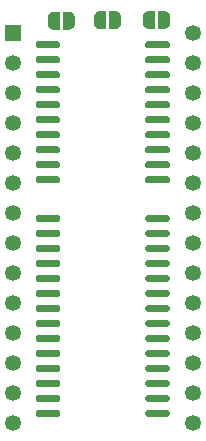
<source format=gbr>
%TF.GenerationSoftware,KiCad,Pcbnew,(5.1.12)-1*%
%TF.CreationDate,2023-02-10T19:32:18+01:00*%
%TF.ProjectId,bigrom,62696772-6f6d-42e6-9b69-6361645f7063,rev?*%
%TF.SameCoordinates,Original*%
%TF.FileFunction,Soldermask,Top*%
%TF.FilePolarity,Negative*%
%FSLAX46Y46*%
G04 Gerber Fmt 4.6, Leading zero omitted, Abs format (unit mm)*
G04 Created by KiCad (PCBNEW (5.1.12)-1) date 2023-02-10 19:32:18*
%MOMM*%
%LPD*%
G01*
G04 APERTURE LIST*
%ADD10C,0.100000*%
%ADD11R,1.350000X1.350000*%
%ADD12C,1.350000*%
G04 APERTURE END LIST*
%TO.C,U2*%
G36*
G01*
X146925000Y-113395000D02*
X146925000Y-113095000D01*
G75*
G02*
X147075000Y-112945000I150000J0D01*
G01*
X148825000Y-112945000D01*
G75*
G02*
X148975000Y-113095000I0J-150000D01*
G01*
X148975000Y-113395000D01*
G75*
G02*
X148825000Y-113545000I-150000J0D01*
G01*
X147075000Y-113545000D01*
G75*
G02*
X146925000Y-113395000I0J150000D01*
G01*
G37*
G36*
G01*
X146925000Y-114665000D02*
X146925000Y-114365000D01*
G75*
G02*
X147075000Y-114215000I150000J0D01*
G01*
X148825000Y-114215000D01*
G75*
G02*
X148975000Y-114365000I0J-150000D01*
G01*
X148975000Y-114665000D01*
G75*
G02*
X148825000Y-114815000I-150000J0D01*
G01*
X147075000Y-114815000D01*
G75*
G02*
X146925000Y-114665000I0J150000D01*
G01*
G37*
G36*
G01*
X146925000Y-115935000D02*
X146925000Y-115635000D01*
G75*
G02*
X147075000Y-115485000I150000J0D01*
G01*
X148825000Y-115485000D01*
G75*
G02*
X148975000Y-115635000I0J-150000D01*
G01*
X148975000Y-115935000D01*
G75*
G02*
X148825000Y-116085000I-150000J0D01*
G01*
X147075000Y-116085000D01*
G75*
G02*
X146925000Y-115935000I0J150000D01*
G01*
G37*
G36*
G01*
X146925000Y-117205000D02*
X146925000Y-116905000D01*
G75*
G02*
X147075000Y-116755000I150000J0D01*
G01*
X148825000Y-116755000D01*
G75*
G02*
X148975000Y-116905000I0J-150000D01*
G01*
X148975000Y-117205000D01*
G75*
G02*
X148825000Y-117355000I-150000J0D01*
G01*
X147075000Y-117355000D01*
G75*
G02*
X146925000Y-117205000I0J150000D01*
G01*
G37*
G36*
G01*
X146925000Y-118475000D02*
X146925000Y-118175000D01*
G75*
G02*
X147075000Y-118025000I150000J0D01*
G01*
X148825000Y-118025000D01*
G75*
G02*
X148975000Y-118175000I0J-150000D01*
G01*
X148975000Y-118475000D01*
G75*
G02*
X148825000Y-118625000I-150000J0D01*
G01*
X147075000Y-118625000D01*
G75*
G02*
X146925000Y-118475000I0J150000D01*
G01*
G37*
G36*
G01*
X146925000Y-119745000D02*
X146925000Y-119445000D01*
G75*
G02*
X147075000Y-119295000I150000J0D01*
G01*
X148825000Y-119295000D01*
G75*
G02*
X148975000Y-119445000I0J-150000D01*
G01*
X148975000Y-119745000D01*
G75*
G02*
X148825000Y-119895000I-150000J0D01*
G01*
X147075000Y-119895000D01*
G75*
G02*
X146925000Y-119745000I0J150000D01*
G01*
G37*
G36*
G01*
X146925000Y-121015000D02*
X146925000Y-120715000D01*
G75*
G02*
X147075000Y-120565000I150000J0D01*
G01*
X148825000Y-120565000D01*
G75*
G02*
X148975000Y-120715000I0J-150000D01*
G01*
X148975000Y-121015000D01*
G75*
G02*
X148825000Y-121165000I-150000J0D01*
G01*
X147075000Y-121165000D01*
G75*
G02*
X146925000Y-121015000I0J150000D01*
G01*
G37*
G36*
G01*
X146925000Y-122285000D02*
X146925000Y-121985000D01*
G75*
G02*
X147075000Y-121835000I150000J0D01*
G01*
X148825000Y-121835000D01*
G75*
G02*
X148975000Y-121985000I0J-150000D01*
G01*
X148975000Y-122285000D01*
G75*
G02*
X148825000Y-122435000I-150000J0D01*
G01*
X147075000Y-122435000D01*
G75*
G02*
X146925000Y-122285000I0J150000D01*
G01*
G37*
G36*
G01*
X146925000Y-123555000D02*
X146925000Y-123255000D01*
G75*
G02*
X147075000Y-123105000I150000J0D01*
G01*
X148825000Y-123105000D01*
G75*
G02*
X148975000Y-123255000I0J-150000D01*
G01*
X148975000Y-123555000D01*
G75*
G02*
X148825000Y-123705000I-150000J0D01*
G01*
X147075000Y-123705000D01*
G75*
G02*
X146925000Y-123555000I0J150000D01*
G01*
G37*
G36*
G01*
X146925000Y-124825000D02*
X146925000Y-124525000D01*
G75*
G02*
X147075000Y-124375000I150000J0D01*
G01*
X148825000Y-124375000D01*
G75*
G02*
X148975000Y-124525000I0J-150000D01*
G01*
X148975000Y-124825000D01*
G75*
G02*
X148825000Y-124975000I-150000J0D01*
G01*
X147075000Y-124975000D01*
G75*
G02*
X146925000Y-124825000I0J150000D01*
G01*
G37*
G36*
G01*
X146925000Y-126095000D02*
X146925000Y-125795000D01*
G75*
G02*
X147075000Y-125645000I150000J0D01*
G01*
X148825000Y-125645000D01*
G75*
G02*
X148975000Y-125795000I0J-150000D01*
G01*
X148975000Y-126095000D01*
G75*
G02*
X148825000Y-126245000I-150000J0D01*
G01*
X147075000Y-126245000D01*
G75*
G02*
X146925000Y-126095000I0J150000D01*
G01*
G37*
G36*
G01*
X146925000Y-127365000D02*
X146925000Y-127065000D01*
G75*
G02*
X147075000Y-126915000I150000J0D01*
G01*
X148825000Y-126915000D01*
G75*
G02*
X148975000Y-127065000I0J-150000D01*
G01*
X148975000Y-127365000D01*
G75*
G02*
X148825000Y-127515000I-150000J0D01*
G01*
X147075000Y-127515000D01*
G75*
G02*
X146925000Y-127365000I0J150000D01*
G01*
G37*
G36*
G01*
X146925000Y-128635000D02*
X146925000Y-128335000D01*
G75*
G02*
X147075000Y-128185000I150000J0D01*
G01*
X148825000Y-128185000D01*
G75*
G02*
X148975000Y-128335000I0J-150000D01*
G01*
X148975000Y-128635000D01*
G75*
G02*
X148825000Y-128785000I-150000J0D01*
G01*
X147075000Y-128785000D01*
G75*
G02*
X146925000Y-128635000I0J150000D01*
G01*
G37*
G36*
G01*
X146925000Y-129905000D02*
X146925000Y-129605000D01*
G75*
G02*
X147075000Y-129455000I150000J0D01*
G01*
X148825000Y-129455000D01*
G75*
G02*
X148975000Y-129605000I0J-150000D01*
G01*
X148975000Y-129905000D01*
G75*
G02*
X148825000Y-130055000I-150000J0D01*
G01*
X147075000Y-130055000D01*
G75*
G02*
X146925000Y-129905000I0J150000D01*
G01*
G37*
G36*
G01*
X156225000Y-129905000D02*
X156225000Y-129605000D01*
G75*
G02*
X156375000Y-129455000I150000J0D01*
G01*
X158125000Y-129455000D01*
G75*
G02*
X158275000Y-129605000I0J-150000D01*
G01*
X158275000Y-129905000D01*
G75*
G02*
X158125000Y-130055000I-150000J0D01*
G01*
X156375000Y-130055000D01*
G75*
G02*
X156225000Y-129905000I0J150000D01*
G01*
G37*
G36*
G01*
X156225000Y-128635000D02*
X156225000Y-128335000D01*
G75*
G02*
X156375000Y-128185000I150000J0D01*
G01*
X158125000Y-128185000D01*
G75*
G02*
X158275000Y-128335000I0J-150000D01*
G01*
X158275000Y-128635000D01*
G75*
G02*
X158125000Y-128785000I-150000J0D01*
G01*
X156375000Y-128785000D01*
G75*
G02*
X156225000Y-128635000I0J150000D01*
G01*
G37*
G36*
G01*
X156225000Y-127365000D02*
X156225000Y-127065000D01*
G75*
G02*
X156375000Y-126915000I150000J0D01*
G01*
X158125000Y-126915000D01*
G75*
G02*
X158275000Y-127065000I0J-150000D01*
G01*
X158275000Y-127365000D01*
G75*
G02*
X158125000Y-127515000I-150000J0D01*
G01*
X156375000Y-127515000D01*
G75*
G02*
X156225000Y-127365000I0J150000D01*
G01*
G37*
G36*
G01*
X156225000Y-126095000D02*
X156225000Y-125795000D01*
G75*
G02*
X156375000Y-125645000I150000J0D01*
G01*
X158125000Y-125645000D01*
G75*
G02*
X158275000Y-125795000I0J-150000D01*
G01*
X158275000Y-126095000D01*
G75*
G02*
X158125000Y-126245000I-150000J0D01*
G01*
X156375000Y-126245000D01*
G75*
G02*
X156225000Y-126095000I0J150000D01*
G01*
G37*
G36*
G01*
X156225000Y-124825000D02*
X156225000Y-124525000D01*
G75*
G02*
X156375000Y-124375000I150000J0D01*
G01*
X158125000Y-124375000D01*
G75*
G02*
X158275000Y-124525000I0J-150000D01*
G01*
X158275000Y-124825000D01*
G75*
G02*
X158125000Y-124975000I-150000J0D01*
G01*
X156375000Y-124975000D01*
G75*
G02*
X156225000Y-124825000I0J150000D01*
G01*
G37*
G36*
G01*
X156225000Y-123555000D02*
X156225000Y-123255000D01*
G75*
G02*
X156375000Y-123105000I150000J0D01*
G01*
X158125000Y-123105000D01*
G75*
G02*
X158275000Y-123255000I0J-150000D01*
G01*
X158275000Y-123555000D01*
G75*
G02*
X158125000Y-123705000I-150000J0D01*
G01*
X156375000Y-123705000D01*
G75*
G02*
X156225000Y-123555000I0J150000D01*
G01*
G37*
G36*
G01*
X156225000Y-122285000D02*
X156225000Y-121985000D01*
G75*
G02*
X156375000Y-121835000I150000J0D01*
G01*
X158125000Y-121835000D01*
G75*
G02*
X158275000Y-121985000I0J-150000D01*
G01*
X158275000Y-122285000D01*
G75*
G02*
X158125000Y-122435000I-150000J0D01*
G01*
X156375000Y-122435000D01*
G75*
G02*
X156225000Y-122285000I0J150000D01*
G01*
G37*
G36*
G01*
X156225000Y-121015000D02*
X156225000Y-120715000D01*
G75*
G02*
X156375000Y-120565000I150000J0D01*
G01*
X158125000Y-120565000D01*
G75*
G02*
X158275000Y-120715000I0J-150000D01*
G01*
X158275000Y-121015000D01*
G75*
G02*
X158125000Y-121165000I-150000J0D01*
G01*
X156375000Y-121165000D01*
G75*
G02*
X156225000Y-121015000I0J150000D01*
G01*
G37*
G36*
G01*
X156225000Y-119745000D02*
X156225000Y-119445000D01*
G75*
G02*
X156375000Y-119295000I150000J0D01*
G01*
X158125000Y-119295000D01*
G75*
G02*
X158275000Y-119445000I0J-150000D01*
G01*
X158275000Y-119745000D01*
G75*
G02*
X158125000Y-119895000I-150000J0D01*
G01*
X156375000Y-119895000D01*
G75*
G02*
X156225000Y-119745000I0J150000D01*
G01*
G37*
G36*
G01*
X156225000Y-118475000D02*
X156225000Y-118175000D01*
G75*
G02*
X156375000Y-118025000I150000J0D01*
G01*
X158125000Y-118025000D01*
G75*
G02*
X158275000Y-118175000I0J-150000D01*
G01*
X158275000Y-118475000D01*
G75*
G02*
X158125000Y-118625000I-150000J0D01*
G01*
X156375000Y-118625000D01*
G75*
G02*
X156225000Y-118475000I0J150000D01*
G01*
G37*
G36*
G01*
X156225000Y-117205000D02*
X156225000Y-116905000D01*
G75*
G02*
X156375000Y-116755000I150000J0D01*
G01*
X158125000Y-116755000D01*
G75*
G02*
X158275000Y-116905000I0J-150000D01*
G01*
X158275000Y-117205000D01*
G75*
G02*
X158125000Y-117355000I-150000J0D01*
G01*
X156375000Y-117355000D01*
G75*
G02*
X156225000Y-117205000I0J150000D01*
G01*
G37*
G36*
G01*
X156225000Y-115935000D02*
X156225000Y-115635000D01*
G75*
G02*
X156375000Y-115485000I150000J0D01*
G01*
X158125000Y-115485000D01*
G75*
G02*
X158275000Y-115635000I0J-150000D01*
G01*
X158275000Y-115935000D01*
G75*
G02*
X158125000Y-116085000I-150000J0D01*
G01*
X156375000Y-116085000D01*
G75*
G02*
X156225000Y-115935000I0J150000D01*
G01*
G37*
G36*
G01*
X156225000Y-114665000D02*
X156225000Y-114365000D01*
G75*
G02*
X156375000Y-114215000I150000J0D01*
G01*
X158125000Y-114215000D01*
G75*
G02*
X158275000Y-114365000I0J-150000D01*
G01*
X158275000Y-114665000D01*
G75*
G02*
X158125000Y-114815000I-150000J0D01*
G01*
X156375000Y-114815000D01*
G75*
G02*
X156225000Y-114665000I0J150000D01*
G01*
G37*
G36*
G01*
X156225000Y-113395000D02*
X156225000Y-113095000D01*
G75*
G02*
X156375000Y-112945000I150000J0D01*
G01*
X158125000Y-112945000D01*
G75*
G02*
X158275000Y-113095000I0J-150000D01*
G01*
X158275000Y-113395000D01*
G75*
G02*
X158125000Y-113545000I-150000J0D01*
G01*
X156375000Y-113545000D01*
G75*
G02*
X156225000Y-113395000I0J150000D01*
G01*
G37*
%TD*%
%TO.C,U1*%
G36*
G01*
X146925000Y-98685000D02*
X146925000Y-98385000D01*
G75*
G02*
X147075000Y-98235000I150000J0D01*
G01*
X148825000Y-98235000D01*
G75*
G02*
X148975000Y-98385000I0J-150000D01*
G01*
X148975000Y-98685000D01*
G75*
G02*
X148825000Y-98835000I-150000J0D01*
G01*
X147075000Y-98835000D01*
G75*
G02*
X146925000Y-98685000I0J150000D01*
G01*
G37*
G36*
G01*
X146925000Y-99955000D02*
X146925000Y-99655000D01*
G75*
G02*
X147075000Y-99505000I150000J0D01*
G01*
X148825000Y-99505000D01*
G75*
G02*
X148975000Y-99655000I0J-150000D01*
G01*
X148975000Y-99955000D01*
G75*
G02*
X148825000Y-100105000I-150000J0D01*
G01*
X147075000Y-100105000D01*
G75*
G02*
X146925000Y-99955000I0J150000D01*
G01*
G37*
G36*
G01*
X146925000Y-101225000D02*
X146925000Y-100925000D01*
G75*
G02*
X147075000Y-100775000I150000J0D01*
G01*
X148825000Y-100775000D01*
G75*
G02*
X148975000Y-100925000I0J-150000D01*
G01*
X148975000Y-101225000D01*
G75*
G02*
X148825000Y-101375000I-150000J0D01*
G01*
X147075000Y-101375000D01*
G75*
G02*
X146925000Y-101225000I0J150000D01*
G01*
G37*
G36*
G01*
X146925000Y-102495000D02*
X146925000Y-102195000D01*
G75*
G02*
X147075000Y-102045000I150000J0D01*
G01*
X148825000Y-102045000D01*
G75*
G02*
X148975000Y-102195000I0J-150000D01*
G01*
X148975000Y-102495000D01*
G75*
G02*
X148825000Y-102645000I-150000J0D01*
G01*
X147075000Y-102645000D01*
G75*
G02*
X146925000Y-102495000I0J150000D01*
G01*
G37*
G36*
G01*
X146925000Y-103765000D02*
X146925000Y-103465000D01*
G75*
G02*
X147075000Y-103315000I150000J0D01*
G01*
X148825000Y-103315000D01*
G75*
G02*
X148975000Y-103465000I0J-150000D01*
G01*
X148975000Y-103765000D01*
G75*
G02*
X148825000Y-103915000I-150000J0D01*
G01*
X147075000Y-103915000D01*
G75*
G02*
X146925000Y-103765000I0J150000D01*
G01*
G37*
G36*
G01*
X146925000Y-105035000D02*
X146925000Y-104735000D01*
G75*
G02*
X147075000Y-104585000I150000J0D01*
G01*
X148825000Y-104585000D01*
G75*
G02*
X148975000Y-104735000I0J-150000D01*
G01*
X148975000Y-105035000D01*
G75*
G02*
X148825000Y-105185000I-150000J0D01*
G01*
X147075000Y-105185000D01*
G75*
G02*
X146925000Y-105035000I0J150000D01*
G01*
G37*
G36*
G01*
X146925000Y-106305000D02*
X146925000Y-106005000D01*
G75*
G02*
X147075000Y-105855000I150000J0D01*
G01*
X148825000Y-105855000D01*
G75*
G02*
X148975000Y-106005000I0J-150000D01*
G01*
X148975000Y-106305000D01*
G75*
G02*
X148825000Y-106455000I-150000J0D01*
G01*
X147075000Y-106455000D01*
G75*
G02*
X146925000Y-106305000I0J150000D01*
G01*
G37*
G36*
G01*
X146925000Y-107575000D02*
X146925000Y-107275000D01*
G75*
G02*
X147075000Y-107125000I150000J0D01*
G01*
X148825000Y-107125000D01*
G75*
G02*
X148975000Y-107275000I0J-150000D01*
G01*
X148975000Y-107575000D01*
G75*
G02*
X148825000Y-107725000I-150000J0D01*
G01*
X147075000Y-107725000D01*
G75*
G02*
X146925000Y-107575000I0J150000D01*
G01*
G37*
G36*
G01*
X146925000Y-108845000D02*
X146925000Y-108545000D01*
G75*
G02*
X147075000Y-108395000I150000J0D01*
G01*
X148825000Y-108395000D01*
G75*
G02*
X148975000Y-108545000I0J-150000D01*
G01*
X148975000Y-108845000D01*
G75*
G02*
X148825000Y-108995000I-150000J0D01*
G01*
X147075000Y-108995000D01*
G75*
G02*
X146925000Y-108845000I0J150000D01*
G01*
G37*
G36*
G01*
X146925000Y-110115000D02*
X146925000Y-109815000D01*
G75*
G02*
X147075000Y-109665000I150000J0D01*
G01*
X148825000Y-109665000D01*
G75*
G02*
X148975000Y-109815000I0J-150000D01*
G01*
X148975000Y-110115000D01*
G75*
G02*
X148825000Y-110265000I-150000J0D01*
G01*
X147075000Y-110265000D01*
G75*
G02*
X146925000Y-110115000I0J150000D01*
G01*
G37*
G36*
G01*
X156225000Y-110115000D02*
X156225000Y-109815000D01*
G75*
G02*
X156375000Y-109665000I150000J0D01*
G01*
X158125000Y-109665000D01*
G75*
G02*
X158275000Y-109815000I0J-150000D01*
G01*
X158275000Y-110115000D01*
G75*
G02*
X158125000Y-110265000I-150000J0D01*
G01*
X156375000Y-110265000D01*
G75*
G02*
X156225000Y-110115000I0J150000D01*
G01*
G37*
G36*
G01*
X156225000Y-108845000D02*
X156225000Y-108545000D01*
G75*
G02*
X156375000Y-108395000I150000J0D01*
G01*
X158125000Y-108395000D01*
G75*
G02*
X158275000Y-108545000I0J-150000D01*
G01*
X158275000Y-108845000D01*
G75*
G02*
X158125000Y-108995000I-150000J0D01*
G01*
X156375000Y-108995000D01*
G75*
G02*
X156225000Y-108845000I0J150000D01*
G01*
G37*
G36*
G01*
X156225000Y-107575000D02*
X156225000Y-107275000D01*
G75*
G02*
X156375000Y-107125000I150000J0D01*
G01*
X158125000Y-107125000D01*
G75*
G02*
X158275000Y-107275000I0J-150000D01*
G01*
X158275000Y-107575000D01*
G75*
G02*
X158125000Y-107725000I-150000J0D01*
G01*
X156375000Y-107725000D01*
G75*
G02*
X156225000Y-107575000I0J150000D01*
G01*
G37*
G36*
G01*
X156225000Y-106305000D02*
X156225000Y-106005000D01*
G75*
G02*
X156375000Y-105855000I150000J0D01*
G01*
X158125000Y-105855000D01*
G75*
G02*
X158275000Y-106005000I0J-150000D01*
G01*
X158275000Y-106305000D01*
G75*
G02*
X158125000Y-106455000I-150000J0D01*
G01*
X156375000Y-106455000D01*
G75*
G02*
X156225000Y-106305000I0J150000D01*
G01*
G37*
G36*
G01*
X156225000Y-105035000D02*
X156225000Y-104735000D01*
G75*
G02*
X156375000Y-104585000I150000J0D01*
G01*
X158125000Y-104585000D01*
G75*
G02*
X158275000Y-104735000I0J-150000D01*
G01*
X158275000Y-105035000D01*
G75*
G02*
X158125000Y-105185000I-150000J0D01*
G01*
X156375000Y-105185000D01*
G75*
G02*
X156225000Y-105035000I0J150000D01*
G01*
G37*
G36*
G01*
X156225000Y-103765000D02*
X156225000Y-103465000D01*
G75*
G02*
X156375000Y-103315000I150000J0D01*
G01*
X158125000Y-103315000D01*
G75*
G02*
X158275000Y-103465000I0J-150000D01*
G01*
X158275000Y-103765000D01*
G75*
G02*
X158125000Y-103915000I-150000J0D01*
G01*
X156375000Y-103915000D01*
G75*
G02*
X156225000Y-103765000I0J150000D01*
G01*
G37*
G36*
G01*
X156225000Y-102495000D02*
X156225000Y-102195000D01*
G75*
G02*
X156375000Y-102045000I150000J0D01*
G01*
X158125000Y-102045000D01*
G75*
G02*
X158275000Y-102195000I0J-150000D01*
G01*
X158275000Y-102495000D01*
G75*
G02*
X158125000Y-102645000I-150000J0D01*
G01*
X156375000Y-102645000D01*
G75*
G02*
X156225000Y-102495000I0J150000D01*
G01*
G37*
G36*
G01*
X156225000Y-101225000D02*
X156225000Y-100925000D01*
G75*
G02*
X156375000Y-100775000I150000J0D01*
G01*
X158125000Y-100775000D01*
G75*
G02*
X158275000Y-100925000I0J-150000D01*
G01*
X158275000Y-101225000D01*
G75*
G02*
X158125000Y-101375000I-150000J0D01*
G01*
X156375000Y-101375000D01*
G75*
G02*
X156225000Y-101225000I0J150000D01*
G01*
G37*
G36*
G01*
X156225000Y-99955000D02*
X156225000Y-99655000D01*
G75*
G02*
X156375000Y-99505000I150000J0D01*
G01*
X158125000Y-99505000D01*
G75*
G02*
X158275000Y-99655000I0J-150000D01*
G01*
X158275000Y-99955000D01*
G75*
G02*
X158125000Y-100105000I-150000J0D01*
G01*
X156375000Y-100105000D01*
G75*
G02*
X156225000Y-99955000I0J150000D01*
G01*
G37*
G36*
G01*
X156225000Y-98685000D02*
X156225000Y-98385000D01*
G75*
G02*
X156375000Y-98235000I150000J0D01*
G01*
X158125000Y-98235000D01*
G75*
G02*
X158275000Y-98385000I0J-150000D01*
G01*
X158275000Y-98685000D01*
G75*
G02*
X158125000Y-98835000I-150000J0D01*
G01*
X156375000Y-98835000D01*
G75*
G02*
X156225000Y-98685000I0J150000D01*
G01*
G37*
%TD*%
D10*
%TO.C,SW2*%
G36*
X157810000Y-95680602D02*
G01*
X157834534Y-95680602D01*
X157883365Y-95685412D01*
X157931490Y-95694984D01*
X157978445Y-95709228D01*
X158023778Y-95728005D01*
X158067051Y-95751136D01*
X158107850Y-95778396D01*
X158145779Y-95809524D01*
X158180476Y-95844221D01*
X158211604Y-95882150D01*
X158238864Y-95922949D01*
X158261995Y-95966222D01*
X158280772Y-96011555D01*
X158295016Y-96058510D01*
X158304588Y-96106635D01*
X158309398Y-96155466D01*
X158309398Y-96180000D01*
X158310000Y-96180000D01*
X158310000Y-96680000D01*
X158309398Y-96680000D01*
X158309398Y-96704534D01*
X158304588Y-96753365D01*
X158295016Y-96801490D01*
X158280772Y-96848445D01*
X158261995Y-96893778D01*
X158238864Y-96937051D01*
X158211604Y-96977850D01*
X158180476Y-97015779D01*
X158145779Y-97050476D01*
X158107850Y-97081604D01*
X158067051Y-97108864D01*
X158023778Y-97131995D01*
X157978445Y-97150772D01*
X157931490Y-97165016D01*
X157883365Y-97174588D01*
X157834534Y-97179398D01*
X157810000Y-97179398D01*
X157810000Y-97180000D01*
X157310000Y-97180000D01*
X157310000Y-95680000D01*
X157810000Y-95680000D01*
X157810000Y-95680602D01*
G37*
G36*
X157010000Y-97180000D02*
G01*
X156510000Y-97180000D01*
X156510000Y-97179398D01*
X156485466Y-97179398D01*
X156436635Y-97174588D01*
X156388510Y-97165016D01*
X156341555Y-97150772D01*
X156296222Y-97131995D01*
X156252949Y-97108864D01*
X156212150Y-97081604D01*
X156174221Y-97050476D01*
X156139524Y-97015779D01*
X156108396Y-96977850D01*
X156081136Y-96937051D01*
X156058005Y-96893778D01*
X156039228Y-96848445D01*
X156024984Y-96801490D01*
X156015412Y-96753365D01*
X156010602Y-96704534D01*
X156010602Y-96680000D01*
X156010000Y-96680000D01*
X156010000Y-96180000D01*
X156010602Y-96180000D01*
X156010602Y-96155466D01*
X156015412Y-96106635D01*
X156024984Y-96058510D01*
X156039228Y-96011555D01*
X156058005Y-95966222D01*
X156081136Y-95922949D01*
X156108396Y-95882150D01*
X156139524Y-95844221D01*
X156174221Y-95809524D01*
X156212150Y-95778396D01*
X156252949Y-95751136D01*
X156296222Y-95728005D01*
X156341555Y-95709228D01*
X156388510Y-95694984D01*
X156436635Y-95685412D01*
X156485466Y-95680602D01*
X156510000Y-95680602D01*
X156510000Y-95680000D01*
X157010000Y-95680000D01*
X157010000Y-97180000D01*
G37*
%TD*%
%TO.C,SW3*%
G36*
X152870000Y-97200000D02*
G01*
X152370000Y-97200000D01*
X152370000Y-97199398D01*
X152345466Y-97199398D01*
X152296635Y-97194588D01*
X152248510Y-97185016D01*
X152201555Y-97170772D01*
X152156222Y-97151995D01*
X152112949Y-97128864D01*
X152072150Y-97101604D01*
X152034221Y-97070476D01*
X151999524Y-97035779D01*
X151968396Y-96997850D01*
X151941136Y-96957051D01*
X151918005Y-96913778D01*
X151899228Y-96868445D01*
X151884984Y-96821490D01*
X151875412Y-96773365D01*
X151870602Y-96724534D01*
X151870602Y-96700000D01*
X151870000Y-96700000D01*
X151870000Y-96200000D01*
X151870602Y-96200000D01*
X151870602Y-96175466D01*
X151875412Y-96126635D01*
X151884984Y-96078510D01*
X151899228Y-96031555D01*
X151918005Y-95986222D01*
X151941136Y-95942949D01*
X151968396Y-95902150D01*
X151999524Y-95864221D01*
X152034221Y-95829524D01*
X152072150Y-95798396D01*
X152112949Y-95771136D01*
X152156222Y-95748005D01*
X152201555Y-95729228D01*
X152248510Y-95714984D01*
X152296635Y-95705412D01*
X152345466Y-95700602D01*
X152370000Y-95700602D01*
X152370000Y-95700000D01*
X152870000Y-95700000D01*
X152870000Y-97200000D01*
G37*
G36*
X153670000Y-95700602D02*
G01*
X153694534Y-95700602D01*
X153743365Y-95705412D01*
X153791490Y-95714984D01*
X153838445Y-95729228D01*
X153883778Y-95748005D01*
X153927051Y-95771136D01*
X153967850Y-95798396D01*
X154005779Y-95829524D01*
X154040476Y-95864221D01*
X154071604Y-95902150D01*
X154098864Y-95942949D01*
X154121995Y-95986222D01*
X154140772Y-96031555D01*
X154155016Y-96078510D01*
X154164588Y-96126635D01*
X154169398Y-96175466D01*
X154169398Y-96200000D01*
X154170000Y-96200000D01*
X154170000Y-96700000D01*
X154169398Y-96700000D01*
X154169398Y-96724534D01*
X154164588Y-96773365D01*
X154155016Y-96821490D01*
X154140772Y-96868445D01*
X154121995Y-96913778D01*
X154098864Y-96957051D01*
X154071604Y-96997850D01*
X154040476Y-97035779D01*
X154005779Y-97070476D01*
X153967850Y-97101604D01*
X153927051Y-97128864D01*
X153883778Y-97151995D01*
X153838445Y-97170772D01*
X153791490Y-97185016D01*
X153743365Y-97194588D01*
X153694534Y-97199398D01*
X153670000Y-97199398D01*
X153670000Y-97200000D01*
X153170000Y-97200000D01*
X153170000Y-95700000D01*
X153670000Y-95700000D01*
X153670000Y-95700602D01*
G37*
%TD*%
%TO.C,SW1*%
G36*
X148950000Y-97250000D02*
G01*
X148450000Y-97250000D01*
X148450000Y-97249398D01*
X148425466Y-97249398D01*
X148376635Y-97244588D01*
X148328510Y-97235016D01*
X148281555Y-97220772D01*
X148236222Y-97201995D01*
X148192949Y-97178864D01*
X148152150Y-97151604D01*
X148114221Y-97120476D01*
X148079524Y-97085779D01*
X148048396Y-97047850D01*
X148021136Y-97007051D01*
X147998005Y-96963778D01*
X147979228Y-96918445D01*
X147964984Y-96871490D01*
X147955412Y-96823365D01*
X147950602Y-96774534D01*
X147950602Y-96750000D01*
X147950000Y-96750000D01*
X147950000Y-96250000D01*
X147950602Y-96250000D01*
X147950602Y-96225466D01*
X147955412Y-96176635D01*
X147964984Y-96128510D01*
X147979228Y-96081555D01*
X147998005Y-96036222D01*
X148021136Y-95992949D01*
X148048396Y-95952150D01*
X148079524Y-95914221D01*
X148114221Y-95879524D01*
X148152150Y-95848396D01*
X148192949Y-95821136D01*
X148236222Y-95798005D01*
X148281555Y-95779228D01*
X148328510Y-95764984D01*
X148376635Y-95755412D01*
X148425466Y-95750602D01*
X148450000Y-95750602D01*
X148450000Y-95750000D01*
X148950000Y-95750000D01*
X148950000Y-97250000D01*
G37*
G36*
X149750000Y-95750602D02*
G01*
X149774534Y-95750602D01*
X149823365Y-95755412D01*
X149871490Y-95764984D01*
X149918445Y-95779228D01*
X149963778Y-95798005D01*
X150007051Y-95821136D01*
X150047850Y-95848396D01*
X150085779Y-95879524D01*
X150120476Y-95914221D01*
X150151604Y-95952150D01*
X150178864Y-95992949D01*
X150201995Y-96036222D01*
X150220772Y-96081555D01*
X150235016Y-96128510D01*
X150244588Y-96176635D01*
X150249398Y-96225466D01*
X150249398Y-96250000D01*
X150250000Y-96250000D01*
X150250000Y-96750000D01*
X150249398Y-96750000D01*
X150249398Y-96774534D01*
X150244588Y-96823365D01*
X150235016Y-96871490D01*
X150220772Y-96918445D01*
X150201995Y-96963778D01*
X150178864Y-97007051D01*
X150151604Y-97047850D01*
X150120476Y-97085779D01*
X150085779Y-97120476D01*
X150047850Y-97151604D01*
X150007051Y-97178864D01*
X149963778Y-97201995D01*
X149918445Y-97220772D01*
X149871490Y-97235016D01*
X149823365Y-97244588D01*
X149774534Y-97249398D01*
X149750000Y-97249398D01*
X149750000Y-97250000D01*
X149250000Y-97250000D01*
X149250000Y-95750000D01*
X149750000Y-95750000D01*
X149750000Y-95750602D01*
G37*
%TD*%
D11*
%TO.C,J1*%
X145000000Y-97500000D03*
D12*
X145000000Y-100040000D03*
X145000000Y-102580000D03*
X145000000Y-105120000D03*
X145000000Y-107660000D03*
X145000000Y-110200000D03*
X145000000Y-112740000D03*
X145000000Y-115280000D03*
X145000000Y-117820000D03*
X145000000Y-120360000D03*
X145000000Y-122900000D03*
X145000000Y-125440000D03*
X145000000Y-127980000D03*
X145000000Y-130520000D03*
X160240000Y-130520000D03*
X160240000Y-127980000D03*
X160240000Y-125440000D03*
X160240000Y-122900000D03*
X160240000Y-120360000D03*
X160240000Y-117820000D03*
X160240000Y-115280000D03*
X160240000Y-112740000D03*
X160240000Y-110200000D03*
X160240000Y-107660000D03*
X160240000Y-105120000D03*
X160240000Y-102580000D03*
X160240000Y-100040000D03*
X160240000Y-97500000D03*
%TD*%
M02*

</source>
